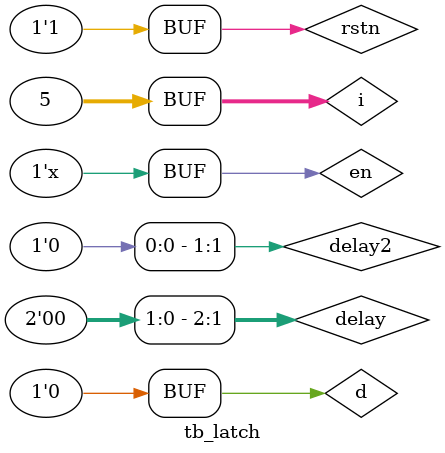
<source format=v>
module d_latch (input d, en, rstn, 
                output reg q);

    // This always block is "always" triggered whenever en/rstn/d changes
    // If reset is asserted then output will be zero
    // Else as long as enable is high, output q follows input d

    always @ (en or rstn or d)
        if (!rstn)
            q <= 0;
        else 
            if (en)
                q <= d;

endmodule


module tb_latch;

    reg d, clk, rstn, en;
    reg [2:0] delay;
    reg [1:0] delay2;
    integer i;

    // Instantiate design and connect design ports with TB signals
    d_latch dl0(.d(d), .en(en), .en(en), .q(q));

    // This initial block forms the stimulus to test the design
    initial begin
        $monitor("[T=%0t] en=%0b d=%0b q=%0d", $time, en, d, q);

        // 1. Initialize testbench variables
        d <= 0;
        en <= 0;
        rstn <= 0;

        // 2. Release reset
        #10 rstn <= 1;

        // 3. Randomly change d and enable
        for (i = 0; i < 5; i++) begin
            delay = $random;
            delay2 = $random;
            #(delay2) en = ~en;
            #(delay) d <= i;
        end
    end

endmodule
</source>
